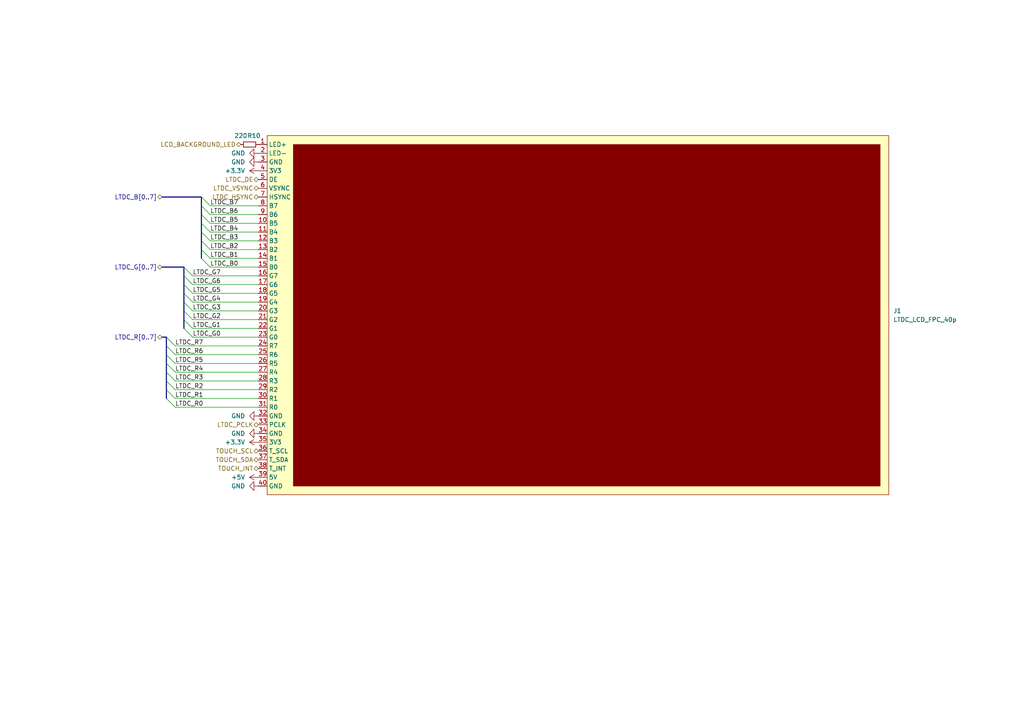
<source format=kicad_sch>
(kicad_sch (version 20211123) (generator eeschema)
  (paper "A4")
  (lib_symbols
    (symbol "Anh_Symbols:LTDC_LCD_FPC_40p"
      (property "Reference" "J" (at 11.43 2.54 0))
      (property "Value" "LTDC_LCD_FPC_40p" (at 11.43 0 0))
      (symbol "LTDC_LCD_FPC_40p_0_1"
        (rectangle (start 2.54 -1.27) (end 182.88 -105.41) (fill (type background)))
        (rectangle (start 10.16 -3.81) (end 180.34 -102.87) (fill (type outline)))
      )
      (symbol "LTDC_LCD_FPC_40p_1_1"
        (pin input line (at 0 -3.81 0) (length 2.54) (name "LED+") (number "1"))
        (pin input line (at 0 -26.67 0) (length 2.54) (name "B5") (number "10"))
        (pin input line (at 0 -29.21 0) (length 2.54) (name "B4") (number "11"))
        (pin input line (at 0 -31.75 0) (length 2.54) (name "B3") (number "12"))
        (pin input line (at 0 -34.29 0) (length 2.54) (name "B2") (number "13"))
        (pin input line (at 0 -36.83 0) (length 2.54) (name "B1") (number "14"))
        (pin input line (at 0 -39.37 0) (length 2.54) (name "B0") (number "15"))
        (pin input line (at 0 -41.91 0) (length 2.54) (name "G7") (number "16"))
        (pin input line (at 0 -44.45 0) (length 2.54) (name "G6") (number "17"))
        (pin input line (at 0 -46.99 0) (length 2.54) (name "G5") (number "18"))
        (pin input line (at 0 -49.53 0) (length 2.54) (name "G4") (number "19"))
        (pin input line (at 0 -6.35 0) (length 2.54) (name "LED-") (number "2"))
        (pin input line (at 0 -52.07 0) (length 2.54) (name "G3") (number "20"))
        (pin input line (at 0 -54.61 0) (length 2.54) (name "G2") (number "21"))
        (pin input line (at 0 -57.15 0) (length 2.54) (name "G1") (number "22"))
        (pin input line (at 0 -59.69 0) (length 2.54) (name "G0") (number "23"))
        (pin input line (at 0 -62.23 0) (length 2.54) (name "R7") (number "24"))
        (pin input line (at 0 -64.77 0) (length 2.54) (name "R6") (number "25"))
        (pin input line (at 0 -67.31 0) (length 2.54) (name "R5") (number "26"))
        (pin input line (at 0 -69.85 0) (length 2.54) (name "R4") (number "27"))
        (pin input line (at 0 -72.39 0) (length 2.54) (name "R3") (number "28"))
        (pin input line (at 0 -74.93 0) (length 2.54) (name "R2") (number "29"))
        (pin input line (at 0 -8.89 0) (length 2.54) (name "GND") (number "3"))
        (pin input line (at 0 -77.47 0) (length 2.54) (name "R1") (number "30"))
        (pin input line (at 0 -80.01 0) (length 2.54) (name "R0") (number "31"))
        (pin input line (at 0 -82.55 0) (length 2.54) (name "GND") (number "32"))
        (pin input line (at 0 -85.09 0) (length 2.54) (name "PCLK") (number "33"))
        (pin input line (at 0 -87.63 0) (length 2.54) (name "GND") (number "34"))
        (pin input line (at 0 -90.17 0) (length 2.54) (name "3V3") (number "35"))
        (pin input line (at 0 -92.71 0) (length 2.54) (name "T_SCL") (number "36"))
        (pin input line (at 0 -95.25 0) (length 2.54) (name "T_SDA") (number "37"))
        (pin input line (at 0 -97.79 0) (length 2.54) (name "T_INT") (number "38"))
        (pin input line (at 0 -100.33 0) (length 2.54) (name "5V") (number "39"))
        (pin input line (at 0 -11.43 0) (length 2.54) (name "3V3") (number "4"))
        (pin input line (at 0 -102.87 0) (length 2.54) (name "GND") (number "40"))
        (pin input line (at 0 -13.97 0) (length 2.54) (name "DE") (number "5"))
        (pin input line (at 0 -16.51 0) (length 2.54) (name "VSYNC") (number "6"))
        (pin input line (at 0 -19.05 0) (length 2.54) (name "HSYNC") (number "7"))
        (pin input line (at 0 -21.59 0) (length 2.54) (name "B7") (number "8"))
        (pin input line (at 0 -24.13 0) (length 2.54) (name "B6") (number "9"))
      )
    )
    (symbol "Device:R_Small" (pin_numbers hide) (pin_names (offset 0.254) hide)
      (property "Reference" "R" (at 0.762 0.508 0))
      (property "Value" "R_Small" (at 0.762 -1.016 0))
      (symbol "R_Small_0_1"
        (rectangle (start -0.762 1.778) (end 0.762 -1.778) (stroke (width 0.2032)))
      )
      (symbol "R_Small_1_1"
        (pin passive line (at 0 2.54 270) (length 0.762) (name "~") (number "1"))
        (pin passive line (at 0 -2.54 90) (length 0.762) (name "~") (number "2"))
      )
    )
    (symbol "power:+3.3V" (power) (pin_names (offset 0))
      (property "Value" "+3.3V" (at 0 3.556 0))
      (symbol "+3.3V_0_1"
        (polyline (pts (xy -0.762 1.27) (xy 0 2.54)))
        (polyline (pts (xy 0 0) (xy 0 2.54)))
        (polyline (pts (xy 0 2.54) (xy 0.762 1.27)))
      )
      (symbol "+3.3V_1_1"
        (pin power_in line (at 0 0 90) (length 0) hide (name "+3.3V") (number "1"))
      )
    )
    (symbol "power:+5V" (power) (pin_names (offset 0))
      (property "Value" "+5V" (at 0 3.556 0))
      (symbol "+5V_0_1"
        (polyline (pts (xy -0.762 1.27) (xy 0 2.54)))
        (polyline (pts (xy 0 0) (xy 0 2.54)))
        (polyline (pts (xy 0 2.54) (xy 0.762 1.27)))
      )
      (symbol "+5V_1_1"
        (pin power_in line (at 0 0 90) (length 0) hide (name "+5V") (number "1"))
      )
    )
    (symbol "power:GND" (power) (pin_names (offset 0))
      (property "Value" "GND" (at 0 -3.81 0))
      (symbol "GND_0_1"
        (polyline (pts (xy 0 0) (xy 0 -1.27) (xy 1.27 -1.27) (xy 0 -2.54) (xy -1.27 -1.27) (xy 0 -1.27)))
      )
      (symbol "GND_1_1"
        (pin power_in line (at 0 0 270) (length 0) hide (name "GND") (number "1"))
      )
    )
  )
  (bus_entry (at 55.88 95.25) (size -2.54 -2.54))
  (bus_entry (at 55.88 92.71) (size -2.54 -2.54))
  (bus_entry (at 60.96 72.39) (size -2.54 -2.54))
  (bus_entry (at 60.96 67.31) (size -2.54 -2.54))
  (bus_entry (at 55.88 80.01) (size -2.54 -2.54))
  (bus_entry (at 55.88 90.17) (size -2.54 -2.54))
  (bus_entry (at 50.8 115.57) (size -2.54 -2.54))
  (bus_entry (at 60.96 69.85) (size -2.54 -2.54))
  (bus_entry (at 50.8 102.87) (size -2.54 -2.54))
  (bus_entry (at 55.88 85.09) (size -2.54 -2.54))
  (bus_entry (at 50.8 107.95) (size -2.54 -2.54))
  (bus_entry (at 55.88 97.79) (size -2.54 -2.54))
  (bus_entry (at 50.8 118.11) (size -2.54 -2.54))
  (bus_entry (at 60.96 62.23) (size -2.54 -2.54))
  (bus_entry (at 60.96 77.47) (size -2.54 -2.54))
  (bus_entry (at 50.8 105.41) (size -2.54 -2.54))
  (bus_entry (at 55.88 82.55) (size -2.54 -2.54))
  (bus_entry (at 60.96 74.93) (size -2.54 -2.54))
  (bus_entry (at 50.8 100.33) (size -2.54 -2.54))
  (bus_entry (at 50.8 113.03) (size -2.54 -2.54))
  (bus_entry (at 55.88 87.63) (size -2.54 -2.54))
  (bus_entry (at 50.8 110.49) (size -2.54 -2.54))
  (bus_entry (at 60.96 64.77) (size -2.54 -2.54))
  (bus_entry (at 60.96 59.69) (size -2.54 -2.54))
  (bus (pts (xy 48.26 97.79) (xy 46.99 97.79)))
  (wire (pts (xy 50.8 115.57) (xy 74.93 115.57)))
  (bus (pts (xy 48.26 110.49) (xy 48.26 107.95)))
  (wire (pts (xy 55.88 95.25) (xy 74.93 95.25)))
  (bus (pts (xy 58.42 69.85) (xy 58.42 67.31)))
  (bus (pts (xy 53.34 85.09) (xy 53.34 82.55)))
  (bus (pts (xy 58.42 57.15) (xy 46.99 57.15)))
  (wire (pts (xy 55.88 87.63) (xy 74.93 87.63)))
  (bus (pts (xy 48.26 102.87) (xy 48.26 100.33)))
  (bus (pts (xy 48.26 105.41) (xy 48.26 102.87)))
  (bus (pts (xy 48.26 113.03) (xy 48.26 110.49)))
  (bus (pts (xy 58.42 59.69) (xy 58.42 57.15)))
  (bus (pts (xy 53.34 92.71) (xy 53.34 90.17)))
  (bus (pts (xy 48.26 115.57) (xy 48.26 113.03)))
  (wire (pts (xy 50.8 100.33) (xy 74.93 100.33)))
  (wire (pts (xy 60.96 77.47) (xy 74.93 77.47)))
  (bus (pts (xy 58.42 62.23) (xy 58.42 59.69)))
  (wire (pts (xy 55.88 92.71) (xy 74.93 92.71)))
  (wire (pts (xy 60.96 62.23) (xy 74.93 62.23)))
  (wire (pts (xy 55.88 80.01) (xy 74.93 80.01)))
  (wire (pts (xy 60.96 74.93) (xy 74.93 74.93)))
  (bus (pts (xy 53.34 95.25) (xy 53.34 92.71)))
  (bus (pts (xy 58.42 67.31) (xy 58.42 64.77)))
  (wire (pts (xy 55.88 90.17) (xy 74.93 90.17)))
  (wire (pts (xy 60.96 59.69) (xy 74.93 59.69)))
  (bus (pts (xy 48.26 107.95) (xy 48.26 105.41)))
  (wire (pts (xy 50.8 102.87) (xy 74.93 102.87)))
  (bus (pts (xy 53.34 90.17) (xy 53.34 87.63)))
  (bus (pts (xy 53.34 80.01) (xy 53.34 77.47)))
  (wire (pts (xy 55.88 82.55) (xy 74.93 82.55)))
  (bus (pts (xy 58.42 74.93) (xy 58.42 72.39)))
  (wire (pts (xy 60.96 72.39) (xy 74.93 72.39)))
  (bus (pts (xy 53.34 87.63) (xy 53.34 85.09)))
  (wire (pts (xy 50.8 118.11) (xy 74.93 118.11)))
  (wire (pts (xy 50.8 113.03) (xy 74.93 113.03)))
  (wire (pts (xy 50.8 107.95) (xy 74.93 107.95)))
  (wire (pts (xy 60.96 67.31) (xy 74.93 67.31)))
  (wire (pts (xy 55.88 85.09) (xy 74.93 85.09)))
  (wire (pts (xy 50.8 105.41) (xy 74.93 105.41)))
  (wire (pts (xy 55.88 97.79) (xy 74.93 97.79)))
  (wire (pts (xy 60.96 69.85) (xy 74.93 69.85)))
  (bus (pts (xy 53.34 77.47) (xy 46.99 77.47)))
  (bus (pts (xy 58.42 72.39) (xy 58.42 69.85)))
  (wire (pts (xy 50.8 110.49) (xy 74.93 110.49)))
  (bus (pts (xy 48.26 100.33) (xy 48.26 97.79)))
  (bus (pts (xy 58.42 64.77) (xy 58.42 62.23)))
  (bus (pts (xy 53.34 82.55) (xy 53.34 80.01)))
  (wire (pts (xy 60.96 64.77) (xy 74.93 64.77)))
  (label "LTDC_B3" (at 60.96 69.85 0))
  (label "LTDC_R4" (at 50.8 107.95 0))
  (label "LTDC_G6" (at 55.88 82.55 0))
  (label "LTDC_G7" (at 55.88 80.01 0))
  (label "LTDC_G1" (at 55.88 95.25 0))
  (label "LTDC_B2" (at 60.96 72.39 0))
  (label "LTDC_G0" (at 55.88 97.79 0))
  (label "LTDC_B1" (at 60.96 74.93 0))
  (label "LTDC_R0" (at 50.8 118.11 0))
  (label "LTDC_R7" (at 50.8 100.33 0))
  (label "LTDC_G5" (at 55.88 85.09 0))
  (label "LTDC_B5" (at 60.96 64.77 0))
  (label "LTDC_G2" (at 55.88 92.71 0))
  (label "LTDC_B4" (at 60.96 67.31 0))
  (label "LTDC_B6" (at 60.96 62.23 0))
  (label "LTDC_R2" (at 50.8 113.03 0))
  (label "LTDC_R1" (at 50.8 115.57 0))
  (label "LTDC_R6" (at 50.8 102.87 0))
  (label "LTDC_B7" (at 60.96 59.69 0))
  (label "LTDC_G4" (at 55.88 87.63 0))
  (label "LTDC_R5" (at 50.8 105.41 0))
  (label "LTDC_R3" (at 50.8 110.49 0))
  (label "LTDC_B0" (at 60.96 77.47 0))
  (label "LTDC_G3" (at 55.88 90.17 0))
  (hierarchical_label "LTDC_B[0..7]" (shape bidirectional) (at 46.99 57.15 180))
  (hierarchical_label "LTDC_PCLK" (shape bidirectional) (at 74.93 123.19 180))
  (hierarchical_label "LTDC_R[0..7]" (shape bidirectional) (at 46.99 97.79 180))
  (hierarchical_label "LTDC_HSYNC" (shape bidirectional) (at 74.93 57.15 180))
  (hierarchical_label "TOUCH_SCL" (shape bidirectional) (at 74.93 130.81 180))
  (hierarchical_label "TOUCH_SDA" (shape bidirectional) (at 74.93 133.35 180))
  (hierarchical_label "TOUCH_INT" (shape bidirectional) (at 74.93 135.89 180))
  (hierarchical_label "LTDC_DE" (shape bidirectional) (at 74.93 52.07 180))
  (hierarchical_label "LTDC_VSYNC" (shape bidirectional) (at 74.93 54.61 180))
  (hierarchical_label "LTDC_G[0..7]" (shape bidirectional) (at 46.99 77.47 180))
  (hierarchical_label "LCD_BACKGROUND_LED" (shape bidirectional) (at 69.85 41.91 180))
  (symbol (lib_id "power:GND") (at 74.93 125.73 270) (unit 1)
    (property "Reference" "#PWR0125" (effects hide))
    (property "Value" "GND" (at 71.12 125.7299 90) (effects (justify right)))
  )
  (symbol (lib_id "power:+3.3V") (at 74.93 49.53 90) (unit 1)
    (property "Reference" "#PWR0124" (effects hide))
    (property "Value" "+3.3V" (at 71.12 49.5299 90) (effects (justify left)))
  )
  (symbol (lib_id "power:+5V") (at 74.93 138.43 90) (unit 1)
    (property "Reference" "#PWR0126" (effects hide))
    (property "Value" "+5V" (at 71.12 138.4299 90) (effects (justify left)))
  )
  (symbol (lib_id "power:GND") (at 74.93 44.45 270) (unit 1)
    (property "Reference" "#PWR0122" (effects hide))
    (property "Value" "GND" (at 71.12 44.4499 90) (effects (justify right)))
  )
  (symbol (lib_id "power:GND") (at 74.93 140.97 270) (unit 1)
    (property "Reference" "#PWR0128" (effects hide))
    (property "Value" "GND" (at 71.12 140.9699 90) (effects (justify right)))
  )
  (symbol (lib_id "power:GND") (at 74.93 120.65 270) (unit 1)
    (property "Reference" "#PWR0127" (effects hide))
    (property "Value" "GND" (at 71.12 120.6499 90) (effects (justify right)))
  )
  (symbol (lib_id "power:+3.3V") (at 74.93 128.27 90) (unit 1)
    (property "Reference" "#PWR0129" (effects hide))
    (property "Value" "+3.3V" (at 71.12 128.2699 90) (effects (justify left)))
  )
  (symbol (lib_id "Device:R_Small") (at 72.39 41.91 90) (unit 1)
    (property "Reference" "R10" (at 73.66 39.37 90))
    (property "Value" "220" (at 69.85 39.37 90))
    (property "Footprint" "Resistor_SMD:R_0603_1608Metric" (effects hide))
  )
  (symbol (lib_id "Anh_Symbols:LTDC_LCD_FPC_40p") (at 74.93 38.1 0) (unit 1)
    (property "Reference" "J1" (at 259.08 90.1699 0) (effects (justify left)))
    (property "Value" "LTDC_LCD_FPC_40p" (at 259.08 92.7099 0) (effects (justify left)))
    (property "Footprint" "Anh_Footprints:FPC_40p_Vertical" (effects hide))
  )
  (symbol (lib_id "power:GND") (at 74.93 46.99 270) (unit 1)
    (property "Reference" "#PWR0123" (effects hide))
    (property "Value" "GND" (at 71.12 46.9899 90) (effects (justify right)))
  )
)
</source>
